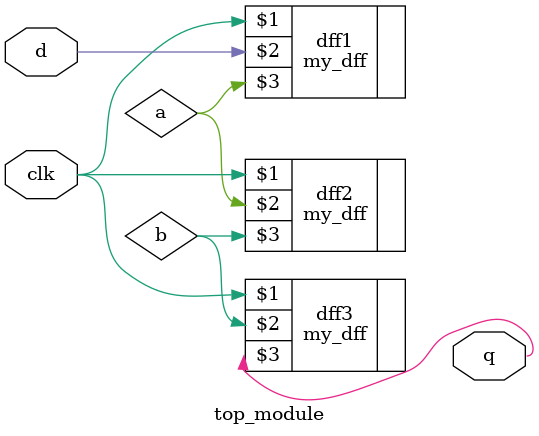
<source format=v>
module top_module ( input clk, input d, output q );
    wire a, b;
    my_dff dff1(clk, d, a);
    my_dff dff2(clk, a, b);
    my_dff dff3(clk, b, q);
endmodule

</source>
